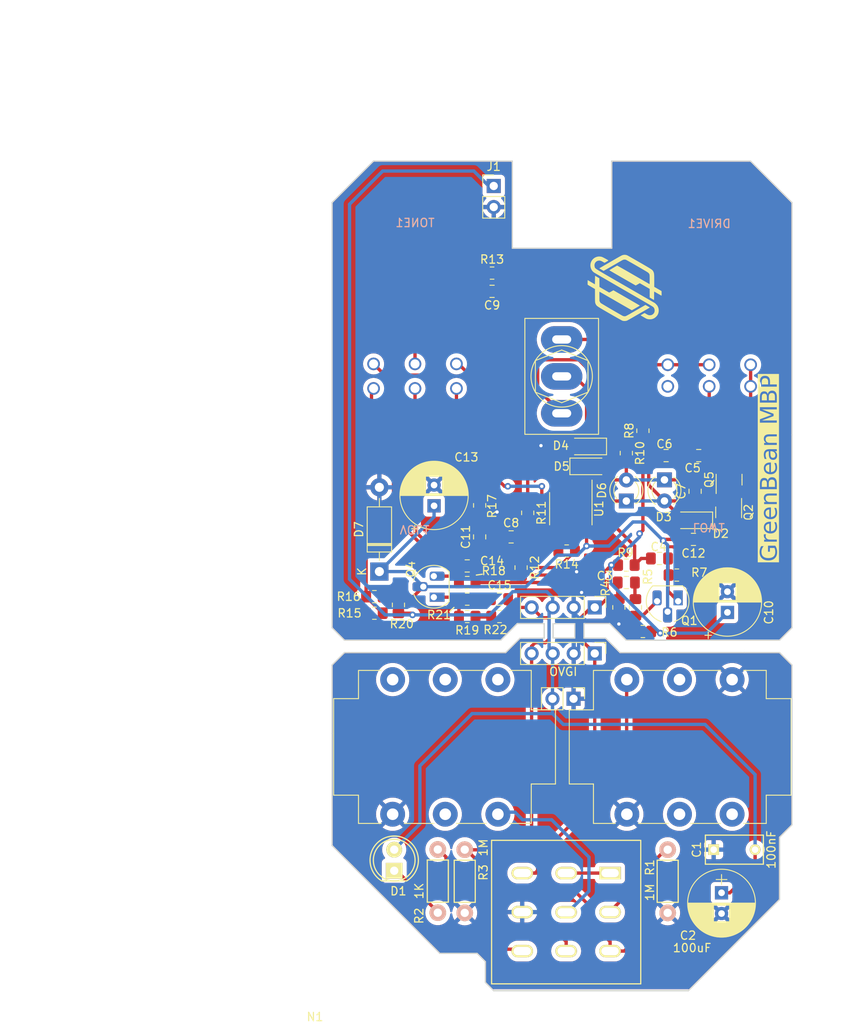
<source format=kicad_pcb>
(kicad_pcb (version 20221018) (generator pcbnew)
  (layers (0 "F.Cu" signal) (31 "B.Cu" signal) (34 "B.Paste" user) (35 "F.Paste" user) (36 "B.SilkS" user "B.Silkscreen") (37 "F.SilkS" user "F.Silkscreen") (38 "B.Mask" user) (39 "F.Mask" user) (44 "Edge.Cuts" user))
  (net 0 "")
  (net 1 "GND")
  (net 2 "+9V")
  (net 3 "Net-(D1-K)")
  (net 4 "O")
  (net 5 "I")
  (net 6 "Net-(SW1C-C)")
  (net 7 "Net-(C3-Pad2)")
  (net 8 "Net-(Q1-E)")
  (net 9 "Net-(U1A-+)")
  (net 10 "Net-(SW1A-A)")
  (net 14 "Net-(SW1A-B)")
  (net 18 "Net-(SW1B-B)")
  (net 20 "Net-(C5-Pad1)")
  (net 21 "Net-(C5-Pad2)")
  (net 22 "A")
  (net 23 "B")
  (net 24 "Net-(U1B-+)")
  (net 25 "Net-(C9-Pad1)")
  (net 26 "Net-(C9-Pad2)")
  (net 27 "VB")
  (net 28 "Net-(C11-Pad1)")
  (net 29 "Net-(C11-Pad2)")
  (net 30 "VC")
  (net 31 "Net-(C14-Pad1)")
  (net 32 "Net-(Q4-B)")
  (net 33 "Net-(C15-Pad1)")
  (net 34 "Net-(D2-K)")
  (net 35 "Net-(D4-K)")
  (net 36 "Net-(DRIVE1-Pad2)")
  (net 38 "Net-(Q1-B)")
  (net 39 "Net-(Q4-E)")
  (net 40 "Net-(U1B--)")
  (net 41 "Net-(R17-Pad2)")
  (net 42 "Net-(Q2-D)")
  (footprint "KiCad Lib:3PDT-Footswitch" (layer "F.Cu") (at 143.25 142.525 180)
    (fp_text reference "SW1" hide)
    (fp_text value "SW_3PDT" hide)
  )
  (footprint "Connector_Audio:Jack_6.35mm_Neutrik_NMJ6HCD2_Horizontal" (layer "F.Cu") (at 135.01 130.73 180)
    (fp_text reference "J3" hide)
    (fp_text value "NMJ6HCD2")
  )
  (footprint "Connector_PinHeader_2.54mm:PinHeader_1x02_P2.54mm_Vertical" (layer "F.Cu") (at 134.51 55)
    (fp_text reference "J1")
    (fp_text value "V+ GND")
  )
  (footprint "Pin_Headers:Pin_Header_Straight_1x04_Pitch2.54mm" (layer "F.Cu") (at 146.7 111.35 -90)
    (fp_text reference "JOVGI1" hide)
    (fp_text value "OVGI")
  )
  (footprint "Pin_Headers:Pin_Header_Straight_1x04_Pitch2.54mm" (layer "F.Cu") (at 146.7 105.8 -90)
    (fp_text reference "JOVGI2" hide)
    (fp_text value "OVGI" hide)
  )
  (footprint "Capacitors_THT:CP_Radial_D8.0mm_P2.50mm" (layer "F.Cu") (at 162 140.2 -90)
    (fp_text reference "C2")
    (fp_text value "100uF")
  )
  (footprint "LEDs:LED-5MM" (layer "F.Cu") (at 122.5 137.54 90)
    (fp_text reference "D1")
    (fp_text value "LED" hide)
  )
  (footprint "Resistors_ThroughHole:Resistor_Horizontal_RM7mm" (layer "F.Cu") (at 155.5 135 -90)
    (fp_text reference "R1")
    (fp_text value "1M")
  )
  (footprint "Resistors_ThroughHole:Resistor_Horizontal_RM7mm" (layer "F.Cu") (at 127.76 142.6 90)
    (fp_text reference "R2")
    (fp_text value "1K")
  )
  (footprint "Resistors_ThroughHole:Resistor_Horizontal_RM7mm" (layer "F.Cu") (at 131.01 135 -90)
    (fp_text reference "R3")
    (fp_text value "1M")
  )
  (footprint "Capacitors_ThroughHole:C_Rect_L7_W3.5_P5" (layer "F.Cu") (at 161.05 135)
    (fp_text reference "C1")
    (fp_text value "100nF")
  )
  (footprint "Connector_PinHeader_2.54mm:PinHeader_1x02_P2.54mm_Vertical" (layer "F.Cu") (at 144.14 116.81 -90)
    (fp_text reference "J4" hide)
    (fp_text value "V+ GND")
  )
  (footprint "Connector_Audio:Jack_6.35mm_Neutrik_NMJ6HCD2_Horizontal" (layer "F.Cu") (at 150.575 114.5)
    (fp_text reference "J2" hide)
    (fp_text value "NMJ6HCD2")
  )
  (footprint "Resistor_SMD:R_0805_2012Metric_Pad1.20x1.40mm_HandSolder" (layer "F.Cu") (at 143.31 99)
    (fp_text reference "R14")
    (fp_text value "1k")
  )
  (footprint "Pedal-Components:SW_Toggle_Blue_wSlots" (layer "F.Cu") (at 142.71 77.95 90)
    (fp_text reference "SW2" hide)
    (fp_text value "SW_SPDT")
  )
  (footprint "LED_THT:LED_D3.0mm" (layer "F.Cu") (at 150.51 92.975 90)
    (fp_text reference "D6")
    (fp_text value "LED")
  )
  (footprint "Resistor_SMD:R_0805_2012Metric_Pad1.20x1.40mm_HandSolder" (layer "F.Cu") (at 131.31 106.9 180)
    (fp_text reference "R19")
    (fp_text value "10k")
  )
  (footprint "LED_THT:LED_D3.0mm" (layer "F.Cu") (at 155.11 90.425 -90)
    (fp_text reference "D3")
    (fp_text value "LED")
  )
  (footprint "Resistor_SMD:R_0805_2012Metric_Pad1.20x1.40mm_HandSolder" (layer "F.Cu") (at 137.81 101 -90)
    (fp_text reference "R12")
    (fp_text value "10k")
  )
  (footprint "Capacitor_SMD:C_0805_2012Metric_Pad1.18x1.45mm_HandSolder" (layer "F.Cu") (at 136.61 97.3)
    (fp_text reference "C8")
    (fp_text value "220n")
  )
  (footprint "Resistor_SMD:R_0805_2012Metric_Pad1.20x1.40mm_HandSolder" (layer "F.Cu") (at 135.21 106.9)
    (fp_text reference "R22")
    (fp_text value "10k")
  )
  (footprint "Package_SO:SO-8_3.9x4.9mm_P1.27mm" (layer "F.Cu") (at 143.81 93.9 -90)
    (fp_text reference "U1")
    (fp_text value "RC4558")
  )
  (footprint "Resistor_SMD:R_0805_2012Metric_Pad1.20x1.40mm_HandSolder" (layer "F.Cu") (at 123.01 105.5 -90)
    (fp_text reference "R20")
    (fp_text value "47R")
  )
  (footprint "Diode_SMD:D_SOD-123F" (layer "F.Cu") (at 145.91 88.8)
    (fp_text reference "D5")
    (fp_text value "1N914")
  )
  (footprint "Capacitor_SMD:C_0805_2012Metric_Pad1.18x1.45mm_HandSolder" (layer "F.Cu") (at 154.51 99.9 180)
    (fp_text reference "C4")
    (fp_text value "1u")
  )
  (footprint "Diode_SMD:D_SOD-123F" (layer "F.Cu") (at 145.91 86.4 180)
    (fp_text reference "D4")
    (fp_text value "1N914")
  )
  (footprint "Capacitor_THT:CP_Radial_D8.0mm_P2.50mm" (layer "F.Cu") (at 127.31 93.552651 90)
    (fp_text reference "C13")
    (fp_text value "100uF")
  )
  (footprint "Capacitor_SMD:C_0805_2012Metric_Pad1.18x1.45mm_HandSolder" (layer "F.Cu") (at 155.31 87.5 180)
    (fp_text reference "C6")
    (fp_text value "47n")
  )
  (footprint "Resistor_SMD:R_0805_2012Metric_Pad1.20x1.40mm_HandSolder" (layer "F.Cu") (at 156.61 101.9 180)
    (fp_text reference "R7")
    (fp_text value "10k")
  )
  (footprint "Capacitor_SMD:C_0805_2012Metric_Pad1.18x1.45mm_HandSolder" (layer "F.Cu") (at 150.51 102.8)
    (fp_text reference "C3")
    (fp_text value "20n")
  )
  (footprint "Resistor_SMD:R_0805_2012Metric_Pad1.20x1.40mm_HandSolder" (layer "F.Cu") (at 138.61 94.4 -90)
    (fp_text reference "R11")
    (fp_text value "1k")
  )
  (footprint "Pedal-Components:tkw" (layer "F.Cu") (at 150.26 67.3)
    (fp_text reference "G***" hide)
    (fp_text value "LOGO" hide)
  )
  (footprint "Resistor_SMD:R_0805_2012Metric_Pad1.20x1.40mm_HandSolder" (layer "F.Cu") (at 134.31 65.5)
    (fp_text reference "R13")
    (fp_text value "220R")
  )
  (footprint "Capacitor_SMD:C_0805_2012Metric_Pad1.18x1.45mm_HandSolder" (layer "F.Cu") (at 158.61 97.6 180)
    (fp_text reference "C12")
    (fp_text value "220n")
  )
  (footprint "Resistor_SMD:R_0805_2012Metric_Pad1.20x1.40mm_HandSolder" (layer "F.Cu") (at 151.61 105.8 90)
    (fp_text reference "R5")
    (fp_text value "1k")
  )
  (footprint "Capacitor_SMD:C_0805_2012Metric_Pad1.18x1.45mm_HandSolder" (layer "F.Cu") (at 134.31 67.7 180)
    (fp_text reference "C9")
    (fp_text value "220n")
  )
  (footprint "Resistor_SMD:R_0805_2012Metric_Pad1.20x1.40mm_HandSolder" (layer "F.Cu") (at 150.51 100.7 180)
    (fp_text reference "R9")
    (fp_text value "10k")
  )
  (footprint "Package_TO_SOT_THT:TO-92L_HandSolder" (layer "F.Cu") (at 156.76 105.05 180)
    (fp_text reference "Q1")
    (fp_text value "2SC1815")
  )
  (footprint "Resistor_SMD:R_0805_2012Metric_Pad1.20x1.40mm_HandSolder" (layer "F.Cu") (at 152.51 108.7)
    (fp_text reference "R6")
    (fp_text value "510k")
  )
  (footprint "Resistor_SMD:R_0805_2012Metric_Pad1.20x1.40mm_HandSolder" (layer "F.Cu") (at 120.11 104.5)
    (fp_text reference "R16")
    (fp_text value "10k")
  )
  (footprint "Capacitor_THT:CP_Radial_D8.0mm_P2.50mm" (layer "F.Cu") (at 162.71 106.4 90)
    (fp_text reference "C10")
    (fp_text value "10uF")
  )
  (footprint "Resistor_SMD:R_0805_2012Metric_Pad1.20x1.40mm_HandSolder" (layer "F.Cu") (at 131.31 102.8)
    (fp_text reference "R18")
    (fp_text value "510k")
  )
  (footprint "Capacitor_SMD:C_0805_2012Metric_Pad1.18x1.45mm_HandSolder" (layer "F.Cu") (at 132.81 97.3 90)
    (fp_text reference "C11")
    (fp_text value "1u")
  )
  (footprint "Capacitor_SMD:C_0805_2012Metric_Pad1.18x1.45mm_HandSolder" (layer "F.Cu") (at 131.31 100.8 180)
    (fp_text reference "C14")
    (fp_text value "100n")
  )
  (footprint "Capacitor_SMD:C_0805_2012Metric_Pad1.18x1.45mm_HandSolder" (layer "F.Cu") (at 159.2475 87.5)
    (fp_text reference "C5")
    (fp_text value "150n")
  )
  (footprint "Resistor_SMD:R_0805_2012Metric_Pad1.20x1.40mm_HandSolder" (layer "F.Cu") (at 131.31 104.8)
    (fp_text reference "R21")
    (fp_text value "100R")
  )
  (footprint "Package_TO_SOT_THT:TO-92L_HandSolder" (layer "F.Cu") (at 127.28 104.57 90)
    (fp_text reference "Q4")
    (fp_text value "2SC1815")
  )
  (footprint "Package_TO_SOT_SMD:SOT-23" (layer "F.Cu") (at 162.91 90.4 90)
    (fp_text reference "Q5")
    (fp_text value "2N7002")
  )
  (footprint "Resistor_SMD:R_0805_2012Metric_Pad1.20x1.40mm_HandSolder" (layer "F.Cu") (at 152.51 84.5 90)
    (fp_text reference "R8")
    (fp_text value "4k7")
  )
  (footprint "Pedal-Components:1590B" (layer "F.Cu") (at 112.94 154.659085)
    (fp_text reference "N1")
    (fp_text value "Housing")
  )
  (footprint "Resistor_SMD:R_0805_2012Metric_Pad1.20x1.40mm_HandSolder" (layer "F.Cu") (at 150.51 87.2 -90)
    (fp_text reference "R10")
    (fp_text value "51k")
  )
  (footprint "Capacitor_SMD:C_0805_2012Metric_Pad1.18x1.45mm_HandSolder" (layer "F.Cu") (at 158.81 91.8 90)
    (fp_text reference "C7")
    (fp_text value "51p")
  )
  (footprint "Capacitor_SMD:C_0805_2012Metric_Pad1.18x1.45mm_HandSolder" (layer "F.Cu") (at 135.21 104.8)
    (fp_text reference "C15")
    (fp_text value "1u")
  )
  (footprint "Package_TO_SOT_SMD:SOT-23" (layer "F.Cu") (at 162.86 94.3375 -90)
    (fp_text reference "Q2")
    (fp_text value "2N7002")
  )
  (footprint "Resistor_SMD:R_0805_2012Metric_Pad1.20x1.40mm_HandSolder" (layer "F.Cu") (at 132.81 93.5 90)
    (fp_text reference "R17")
    (fp_text value "1k")
  )
  (footprint "Diode_SMD:D_SOD-123F" (layer "F.Cu") (at 158.71 95.3 180)
    (fp_text reference "D2")
    (fp_text value "BAT41")
  )
  (footprint "Resistor_SMD:R_0805_2012Metric_Pad1.20x1.40mm_HandSolder" (layer "F.Cu") (at 120.11 106.5)
    (fp_text reference "R15")
    (fp_text value "10k")
  )
  (footprint "Resistor_SMD:R_0805_2012Metric_Pad1.20x1.40mm_HandSolder" (layer "F.Cu") (at 149.61 105.8 90)
    (fp_text reference "R4")
    (fp_text value "1M")
  )
  (footprint "Diode_THT:D_DO-41_SOD81_P10.16mm_Horizontal" (layer "F.Cu") (at 120.71 101.48 90)
    (fp_text reference "D7")
    (fp_text value "1N4001")
  )
  (footprint "Pedal-Components:Potentiometer_ALPHA_RV16106N" (layer "B.Cu") (at 160.51 95.654168)
    (fp_text reference "LOW1")
    (fp_text value "20KB")
  )
  (footprint "Pedal-Components:Potentiometer_ALPHA_RV16106N" (layer "B.Cu") (at 125.01 59.945832 180)
    (fp_text reference "TONE1")
    (fp_text value "20KB")
  )
  (footprint "Pedal-Components:Potentiometer_ALPHA_RV16106N" (layer "B.Cu") (at 160.51 60.05 180)
    (fp_text reference "DRIVE1")
    (fp_text value "500KA")
  )
  (footprint "Pedal-Components:Potentiometer_ALPHA_RV16106N" (layer "B.Cu") (at 125.01 95.904168)
    (fp_text reference "VOL1")
    (fp_text value "100KB")
  )
  (gr_line (start 129.21 106.3) (end 129.71 105.8) (stroke (width 0.15)) (layer "F.SilkS"))
  (gr_line (start 133.11 101.8) (end 132.41 101.9) (stroke (width 0.15)) (layer "F.SilkS"))
  (gr_line (start 145.4 107.75) (end 148.5 107.75) (stroke (width 0.15)) (layer "Edge.Cuts"))
  (gr_line (start 137.7 109.5) (end 140.6 109.5) (stroke (width 0.15)) (layer "Edge.Cuts"))
  (gr_line (start 128 147.5) (end 127 146.5) (stroke (width 0.15)) (layer "Edge.Cuts"))
  (gr_line (start 115 134.5) (end 115 121) (stroke (width 0.15)) (layer "Edge.Cuts"))
  (gr_line (start 135.35 109.75) (end 116.5 109.75) (stroke (width 0.15)) (layer "Edge.Cuts"))
  (gr_line (start 145.4 109.5) (end 148 109.5) (stroke (width 0.15)) (layer "Edge.Cuts"))
  (gr_line (start 148.75 62.5) (end 148.75 52) (stroke (width 0.15)) (layer "Edge.Cuts"))
  (gr_line (start 127 146.5) (end 115 134.5) (stroke (width 0.15)) (layer "Edge.Cuts"))
  (gr_line (start 115 57) (end 115 108.25) (stroke (width 0.15)) (layer "Edge.Cuts"))
  (gr_line (start 169 141) (end 158 152) (stroke (width 0.15)) (layer "Edge.Cuts"))
  (gr_line (start 133.5 151) (end 133.5 148.5) (stroke (width 0.15)) (layer "Edge.Cuts"))
  (gr_line (start 149.75 111.25) (end 164.75 111.25) (stroke (width 0.15)) (layer "Edge.Cuts"))
  (gr_line (start 148.5 107.75) (end 150.5 109.75) (stroke (width 0.15)) (layer "Edge.Cuts"))
  (gr_line (start 165.5 52) (end 170.5 57) (stroke (width 0.15)) (layer "Edge.Cuts"))
  (gr_line (start 169 109.75) (end 170.5 108.25) (stroke (width 0.15)) (layer "Edge.Cuts"))
  (gr_line (start 169 133.5) (end 170.5 132) (stroke (width 0.15)) (layer "Edge.Cuts"))
  (gr_line (start 116.5 109.75) (end 115 108.25) (stroke (width 0.15)) (layer "Edge.Cuts"))
  (gr_line (start 140.6 107.75) (end 140.6 109.5) (stroke (width 0.15)) (layer "Edge.Cuts"))
  (gr_line (start 137.35 107.75) (end 135.35 109.75) (stroke (width 0.15)) (layer "Edge.Cuts"))
  (gr_line (start 115 57) (end 120 52) (stroke (width 0.15)) (layer "Edge.Cuts"))
  (gr_line (start 170.5 85) (end 170.5 57) (stroke (width 0.15)) (layer "Edge.Cuts"))
  (gr_line (start 136.75 62.5) (end 148.75 62.5) (stroke (width 0.15)) (layer "Edge.Cuts"))
  (gr_line (start 136.75 52) (end 120 52) (stroke (width 0.15)) (layer "Edge.Cuts"))
  (gr_line (start 170.5 112.75) (end 169 111.25) (stroke (width 0.15)) (layer "Edge.Cuts"))
  (gr_line (start 135.95 111.25) (end 117 111.25) (stroke (width 0.15)) (layer "Edge.Cuts"))
  (gr_line (start 134.5 152) (end 158 152) (stroke (width 0.15)) (layer "Edge.Cuts"))
  (gr_line (start 116.5 109.75) (end 116.5 109.75) (stroke (width 0.15)) (layer "Edge.Cuts"))
  (gr_line (start 137.7 109.5) (end 135.95 111.25) (stroke (width 0.15)) (layer "Edge.Cuts"))
  (gr_line (start 169 133.5) (end 169 141) (stroke (width 0.15)) (layer "Edge.Cuts"))
  (gr_line (start 170.5 108.25) (end 170.5 85) (stroke (width 0.15)) (layer "Edge.Cuts"))
  (gr_line (start 136.75 52) (end 136.75 62.5) (stroke (width 0.15)) (layer "Edge.Cuts"))
  (gr_line (start 134.5 152) (end 133.5 151) (stroke (width 0.15)) (layer "Edge.Cuts"))
  (gr_line (start 133.5 148.5) (end 132.5 147.5) (stroke (width 0.15)) (layer "Edge.Cuts"))
  (gr_rect (start 141.67 107.76) (end 144.29 109.49) (stroke (width 0.15)) (fill none) (layer "Edge.Cuts"))
  (gr_line (start 115 112.75) (end 115 121) (stroke (width 0.15)) (layer "Edge.Cuts"))
  (gr_line (start 148.75 52) (end 165.5 52) (stroke (width 0.15)) (layer "Edge.Cuts"))
  (gr_line (start 132.5 147.5) (end 128.5 147.5) (stroke (width 0.15)) (layer "Edge.Cuts"))
  (gr_line (start 145.4 107.75) (end 145.4 109.5) (stroke (width 0.15)) (layer "Edge.Cuts"))
  (gr_line (start 169 111.25) (end 164.75 111.25) (stroke (width 0.15)) (layer "Edge.Cuts"))
  (gr_line (start 116.5 111.25) (end 115 112.75) (stroke (width 0.15)) (layer "Edge.Cuts"))
  (gr_line (start 148 109.5) (end 149.75 111.25) (stroke (width 0.15)) (layer "Edge.Cuts"))
  (gr_line (start 170.5 132) (end 170.5 112.75) (stroke (width 0.15)) (layer "Edge.Cuts"))
  (gr_line (start 128.5 147.5) (end 128 147.5) (stroke (width 0.15)) (layer "Edge.Cuts"))
  (gr_line (start 137.35 107.75) (end 140.6 107.75) (stroke (width 0.15)) (layer "Edge.Cuts"))
  (gr_line (start 150.5 109.75) (end 169 109.75) (stroke (width 0.15)) (layer "Edge.Cuts"))
  (gr_line (start 117 111.25) (end 116.5 111.25) (stroke (width 0.15)) (layer "Edge.Cuts"))
  (gr_text "GreenBean MBP" (at 169.01 100.3 90) (layer "F.SilkS" knockout) (effects (font (size 2 2) (thickness 0.15) italic) (justify left bottom)))
  (via (at 134.91 94.3) (size 0.8) (drill 0.4) (layers "F.Cu" "B.Cu") (net 1))
  (via (at 140.21 86.3) (size 0.8) (drill 0.4) (layers "F.Cu" "B.Cu") (net 1))
  (via (at 144.51 101.5) (size 0.8) (drill 0.4) (layers "F.Cu" "B.Cu") (net 1))
  (via (at 145.11 104) (size 0.8) (drill 0.4) (layers "F.Cu" "B.Cu") (net 1))
  (via (at 149.61 107.8) (size 0.8) (drill 0.4) (layers "F.Cu" "B.Cu") (net 1))
  (segment (start 144.16 105.8) (end 144.16 106.44) (width 0.4) (layer "B.Cu") (net 1))
  (segment (start 144.75 107.03) (end 144.75 110.76) (width 0.4) (layer "B.Cu") (net 1))
  (segment (start 144.75 110.76) (end 144.16 111.35) (width 0.4) (layer "B.Cu") (net 1))
  (segment (start 144.16 106.44) (end 144.75 107.03) (width 0.4) (layer "B.Cu") (net 1))
  (segment (start 162 140.2) (end 163 140.2) (width 0.4) (layer "F.Cu") (net 2))
  (segment (start 124.71 106.5) (end 124.91 106.7) (width 0.4) (layer "F.Cu") (net 2))
  (segment (start 163 140.2) (end 166.05 137.15) (width 0.4) (layer "F.Cu") (net 2))
  (segment (start 166.05 137.15) (end 166.05 135.919238) (width 0.4) (layer "F.Cu") (net 2))
  (segment (start 166.05 135.919238) (end 166.05 135) (width 0.4) (layer "F.Cu") (net 2))
  (segment (start 124.91 106.7) (end 124.71 106.7) (width 0.4) (layer "F.Cu") (net 2))
  (segment (start 123.01 106.5) (end 124.71 106.5) (width 0.4) (layer "F.Cu") (net 2))
  (via (at 124.71 106.7) (size 0.8) (drill 0.4) (layers "F.Cu" "B.Cu") (net 2))
  (segment (start 134.51 55) (end 133.91 55) (width 0.4) (layer "B.Cu") (net 2))
  (segment (start 125.6 131.9) (end 122.5 135) (width 0.4) (layer "B.Cu") (net 2))
  (segment (start 141.19 110.92) (end 141.62 111.35) (width 0.4) (layer "B.Cu") (net 2))
  (segment (start 141.65 105.77) (end 141.62 105.8) (width 0.4) (layer "B.Cu") (net 2))
  (segment (start 140.91 103.9) (end 141.62 104.61) (width 0.4) (layer "B.Cu") (net 2))
  (segment (start 141.6 118.6) (end 142.9 119.9) (width 0.4) (layer "B.Cu") (net 2))
  (segment (start 131.9 118.6) (end 125.6 124.9) (width 0.4) (layer "B.Cu") (net 2))
  (segment (start 141.19 106.23) (end 141.19 110.92) (width 0.4) (layer "B.Cu") (net 2))
  (segment (start 134.01 106.7) (end 136.81 103.9) (width 0.4) (layer "B.Cu") (net 2))
  (segment (start 141.62 111.35) (end 141.62 112.552081) (width 0.4) (layer "B.Cu") (net 2))
  (segment (start 141.6 112.572081) (end 141.6 118.1) (width 0.4) (layer "B.Cu") (net 2))
  (segment (start 160 119.9) (end 166.05 125.95) (width 0.4) (layer "B.Cu") (net 2))
  (segment (start 141.6 118.1) (end 141.6 118.6) (width 0.4) (layer "B.Cu") (net 2))
  (segment (start 125.6 124.9) (end 125.6 131.9) (width 0.4) (layer "B.Cu") (net 2))
  (segment (start 132.11 53.2) (end 121.11 53.2) (width 0.4) (layer "B.Cu") (net 2))
  (segment (start 124.71 106.7) (end 134.01 106.7) (width 0.4) (layer "B.Cu") (net 2))
  (segment (start 121.41 106.7) (end 124.71 106.7) (width 0.4) (layer "B.Cu") (net 2))
  (segment (start 141.6 116.81) (end 141.6 118.1) (width 0.4) (layer "B.Cu") (net 2))
  (segment (start 136.81 103.9) (end 140.91 103.9) (width 0.4) (layer "B.Cu") (net 2))
  (segment (start 121.11 53.2) (end 117.11 57.2) (width 0.4) (layer "B.Cu") (net 2))
  (segment (start 142.9 119.9) (end 160 119.9) (width 0.4) (layer "B.Cu") (net 2))
  (segment (start 141.62 112.552081) (end 141.6 112.572081) (width 0.4) (layer "B.Cu") (net 2))
  (segment (start 166.05 125.95) (end 166.05 135) (width 0.4) (layer "B.Cu") (net 2))
  (segment (start 141.62 105.8) (end 141.19 106.23) (width 0.4) (layer "B.Cu") (net 2))
  (segment (start 117.11 57.2) (end 117.11 102.4) (width 0.4) (layer "B.Cu") (net 2))
  (segment (start 133.91 55) (end 132.11 53.2) (width 0.4) (layer "B.Cu") (net 2))
  (segment (start 117.11 102.4) (end 121.41 106.7) (width 0.4) (layer "B.Cu") (net 2))
  (segment (start 141.6 118.6) (end 131.9 118.6) (width 0.4) (layer "B.Cu") (net 2))
  (segment (start 141.62 104.61) (end 141.62 105.8) (width 0.4) (layer "B.Cu") (net 2))
  (segment (start 126.750511 141.500511) (end 127.75 142.5) (width 0.4) (layer "F.Cu") (net 3))
  (segment (start 122.5 137.5) (end 122.75 137.5) (width 0.4) (layer "F.Cu") (net 3))
  (segment (start 122.75 137.5) (end 126.750511 141.500511) (width 0.4) (layer "F.Cu") (net 3))
  (segment (start 139.08 111.35) (end 139.08 132.92) (width 0.4) (layer "F.Cu") (net 4))
  (segment (start 141.19 109.62) (end 140.76 110.05) (width 0.4) (layer "F.Cu") (net 4))
  (segment (start 139.08 105.8) (end 140.33 107.05) (width 0.4) (layer "F.Cu") (net 4))
  (segment (start 140.76 110.05) (end 139.51 110.05) (width 0.4) (layer "F.Cu") (net 4))
  (segment (start 141.01 107.05) (end 141.19 107.23) (width 0.4) (layer "F.Cu") (net 4))
  (segment (start 131 135.02) (end 131.22 135.02) (width 0.4) (layer "F.Cu") (net 4))
  (segment (start 137.2475 105.8) (end 136.2475 104.8) (width 0.4) (layer "F.Cu") (net 4))
  (segment (start 140.6 143.425) (end 143.25 146.075) (width 0.4) (layer "F.Cu") (net 4))
  (segment (start 136.98 135.02) (end 131 135.02) (width 0.4) (layer "F.Cu") (net 4))
  (segment (start 136.2475 104.8) (end 136.2475 106.8625) (width 0.4) (layer "F.Cu") (net 4))
  (segment (start 139.08 132.92) (end 136.98 135.02) (width 0.4) (layer "F.Cu") (net 4))
  (segment (start 139.51 110.05) (end 139.08 110.48) (width 0.4) (layer "F.Cu") (net 4))
  (segment (start 139.08 110.48) (end 139.08 111.35) (width 0.4) (layer "F.Cu") (net 4))
  (segment (start 140.33 107.05) (end 141.01 107.05) (width 0.4) (layer "F.Cu") (net 4))
  (segment (start 132.079489 135.879489) (end 136.4 140.2) (width 0.4) (layer "F.Cu") (net 4))
  (segment (start 139.08 105.8) (end 137.2475 105.8) (width 0.4) (layer "F.Cu") (net 4))
  (segment (start 143.25 146.075) (end 143.25 147.225) (width 0.4) (layer "F.Cu") (net 4))
  (segment (start 131.22 135.02) (end 132.079489 135.879489) (width 0.4) (layer "F.Cu") (net 4))
  (segment (start 140.6 141.6) (end 140.6 143.425) (width 0.4) (layer "F.Cu") (net 4))
  (segment (start 141.19 107.23) (end 141.19 109.62) (width 0.4) (layer "F.Cu") (net 4))
  (segment (start 139.2 140.2) (end 140.6 141.6) (width 0.4) (layer "F.Cu") (net 4))
  (segment (start 136.2475 106.8625) (end 136.21 106.9) (width 0.4) (layer "F.Cu") (net 4))
  (segment (start 136.4 140.2) (end 139.2 140.2) (width 0.4) (layer "F.Cu") (net 4))
  (segment (start 148.55 146.075) (end 145.9 143.425) (width 0.4) (layer "F.Cu") (net 5))
  (segment (start 151.925 145.575) (end 152.5 145) (width 0.4) (layer "F.Cu") (net 5))
  (segment (start 148.55 147.225) (end 148.55 146.075) (width 0.4) (layer "F.Cu") (net 5))
  (segment (start 152.5 145) (end 152.5 141.5) (width 0.4) (layer "F.Cu") (net 5))
  (segment (start 146.7 111.35) (end 146.7 115.62) (width 0.4) (layer "F.Cu") (net 5))
  (segment (start 141.6 140.1) (end 140.5 139) (width 0.4) (layer "F.Cu") (net 5))
  (segment (start 145 130.8) (end 145 124.64) (width 0.4) (layer "F.Cu") (net 5))
  (segment (start 139.8 137.525) (end 139.8 136) (width 0.4) (layer "F.Cu") (net 5))
  (segment (start 151.9 145.575) (end 151.925 145.575) (width 0.4) (layer "F.Cu") (net 5))
  (segment (start 145 124.64) (end 146.7 122.94) (width 0.4) (layer "F.Cu") (net 5))
  (segment (start 154 140) (end 154 136.25) (width 0.4) (layer "F.Cu") (net 5))
  (segment (start 139.825 137.825) (end 139.5 137.825) (width 0.4) (layer "F.Cu") (net 5))
  (segment (start 148.11 104.8) (end 149.61 104.8) (width 0.4) (layer "F.Cu") (net 5))
  (segment (start 139.8 136) (end 145 130.8) (width 0.4) (layer "F.Cu") (net 5))
  (segment (start 140.5 138.5) (end 139.825 137.825) (width 0.4) (layer "F.Cu") (net 5))
  (segment (start 147.11 105.8) (end 148.11 104.8) (width 0.4) (layer "F.Cu") (net 5))
  (segment (start 154 136.25) (end 155.5 134.75) (width 0.4) (layer "F.Cu") (net 5))
  (segment (start 146.26 105.8) (end 144.76 107.3) (width 0.4) (layer "F.Cu") (net 5))
  (segment (start 146.7 105.8) (end 146.26 105.8) (width 0.4) (layer "F.Cu") (net 5))
  (segment (start 146.7 105.8) (end 147.11 105.8) (width 0.4) (layer "F.Cu") (net 5))
  (segment (start 149.4725 102.8) (end 149.4725 104.6625) (width 0.4) (layer "F.Cu") (net 5))
  (segment (start 149.4725 104.6625) (end 149.61 104.8) (width 0.4) (layer "F.Cu") (net 5))
  (segment (start 140.5 139) (end 140.5 138.5) (width 0.4) (layer "F.Cu") (net 5))
  (segment (start 145.9 141.6) (end 144.4 140.1) (width 0.4) (layer "F.Cu") (net 5))
  (segment (start 144.76 107.3) (end 144.76 109.41) (width 0.4) (layer "F.Cu") (net 5))
  (segment (start 150.25 147.225) (end 151.9 145.575) (width 0.4) (layer "F.Cu") (net 5))
  (segment (start 137.95 137.825) (end 139.5 137.825) (width 0.4) (layer "F.Cu") (net 5))
  (segment (start 148.55 147.225) (end 150.25 147.225) (width 0.4) (layer "F.Cu") (net 5))
  (segment (start 144.4 140.1) (end 141.6 140.1) (width 0.4) (layer "F.Cu") (net 5))
  (segment (start 139.5 137.825) (end 139.8 137.525) (width 0.4) (layer "F.Cu") (net 5))
  (segment (start 144.76 109.41) (end 146.7 111.35) (width 0.4) (layer "F.Cu") (net 5))
  (segment (start 146.7 115.62) (end 146.7 122.94) (width 0.4) (layer "F.Cu") (net 5))
  (segment (start 145.9 143.425) (end 145.9 141.6) (width 0.4) (layer "F.Cu") (net 5))
  (segment (start 152.5 141.5) (end 154 140) (width 0.4) (layer "F.Cu") (net 5))
  (segment (start 133.2 139.9) (end 134.2 140.9) (width 0.4) (layer "F.Cu") (net 6))
  (segment (start 130.9 139.9) (end 133.2 139.9) (width 0.4) (layer "F.Cu") (net 6))
  (segment (start 137.725 147) (end 137.95 147.225) (width 0.4) (layer "F.Cu") (net 6))
  (segment (start 128.749489 137.749489) (end 130.9 139.9) (width 0.4) (layer "F.Cu") (net 6))
  (segment (start 128.749489 135.879489) (end 128.749489 137.749489) (width 0.4) (layer "F.Cu") (net 6))
  (segment (start 134.2 140.9) (end 134.2 145.1) (width 0.4) (layer "F.Cu") (net 6))
  (segment (start 127.75 135) (end 127.87 135) (width 0.4) (layer "F.Cu") (net 6))
  (segment (start 127.87 135) (end 128.749489 135.879489) (width 0.4) (layer "F.Cu") (net 6))
  (segment (start 134.2 145.1) (end 136.1 147) (width 0.4) (layer "F.Cu") (net 6))
  (segment (start 136.1 147) (end 137.725 147) (width 0.4) (layer "F.Cu") (net 6))
  (segment (start 151.5475 102.8) (end 151.5475 104.7375) (width 0.4) (layer "F.Cu") (net 7))
  (segment (start 151.5475 104.7375) (end 151.61 104.8) (width 0.4) (layer "F.Cu") (net 7))
  (segment (start 155.5475 99.9) (end 155.5475 103.8375) (width 0.4) (layer "F.Cu") (net 8))
  (segment (start 155.5475 103.8375) (end 156.76 105.05) (width 0.4) (layer "F.Cu") (net 8))
  (segment (start 152.31 99.9) (end 151.51 100.7) (width 0.4) (layer "F.Cu") (net 9))
  (segment (start 151.51 98.4) (end 146.91 93.8) (width 0.4) (layer "F.Cu") (net 9))
  (segment (start 144.21 93.8) (end 143.175 92.765) (width 0.4) (layer "F.Cu") (net 9))
  (segment (start 143.175 92.765) (end 143.175 91.325) (width 0.4) (layer "F.Cu") (net 9))
  (segment (start 146.91 93.8) (end 144.21 93.8) (width 0.4) (layer "F.Cu") (net 9))
  (segment (start 151.51 100.7) (end 151.51 98.4) (width 0.4) (layer "F.Cu") (net 9))
  (segment (start 153.4725 99.9) (end 152.31 99.9) (width 0.4) (layer "F.Cu") (net 9))
  (segment (start 143.25 137.825) (end 144.95 137.825) (width 0.4) (layer "F.Cu") (net 10))
  (segment (start 144.95 137.825) (end 148.55 137.825) (width 0.4) (layer "F.Cu") (net 10))
  (segment (start 150.55 125.42) (end 150.55 114.53) (width 0.4) (layer "F.Cu") (net 14))
  (segment (start 151.5 139.5) (end 151.5 135.82) (width 0.4) (layer "F.Cu") (net 14))
  (segment (start 148.66 134.01) (end 147.48 132.83) (width 0.4) (layer "F.Cu") (net 14))
  (segment (start 149.275 142.525) (end 148.55 142.525) (width 0.4) (layer "F.Cu") (net 14))
  (segment (start 148.55 142.45) (end 151.5 139.5) (width 0.4) (layer "F.Cu") (net 14))
  (segment (start 148.55 142.525) (end 148.55 142.45) (width 0.4) (layer "F.Cu") (net 14))
  (segment (start 149.69 134.01) (end 148.66 134.01) (width 0.4) (layer "F.Cu") (net 14))
  (segment (start 147.48 132.83) (end 147.48 128.49) (width 0.4) (layer "F.Cu") (net 14))
  (segment (start 147.48 128.49) (end 150.55 125.42) (width 0.4) (layer "F.Cu") (net 14))
  (segment (start 151.5 135.82) (end 149.69 134.01) (width 0.4) (layer "F.Cu") (net 14))
  (segment (start 143.45 142.55) (end 143.25 142.55) (width 0.4) (layer "B.Cu") (net 18))
  (segment (start 146 140) (end 143.45 142.55) (width 0.4) (layer "B.Cu") (net 18))
  (segment (start 141.5 131.4) (end 146 135.9) (width 0.4) (layer "B.Cu") (net 18))
  (segment (start 146 135.9) (end 146 140) (width 0.4) (layer "B.Cu") (net 18))
  (segment (start 137.99132 131.4) (end 141.5 131.4) (width 0.4) (layer "B.Cu") (net 18))
  (segment (start 134.95 130.48) (end 137.07132 130.48) (width 0.4) (layer "B.Cu") (net 18))
  (segment (start 137.07132 130.48) (end 137.99132 131.4) (width 0.4) (layer "B.Cu") (net 18))
  (segment (start 156.01 87.1625) (end 156.3475 87.5) (width 0.4) (layer "F.Cu") (net 20))
  (segment (start 154.21 83.5) (end 156.01 85.3) (width 0.4) (layer "F.Cu") (net 20))
  (segment (start 156.01 85.3) (end 156.01 87.1625) (width 0.4) (layer "F.Cu") (net 20))
  (segment (start 152.51 83.5) (end 154.21 83.5) (width 0.4) (layer "F.Cu") (net 20))
  (segment (start 156.3475 87.5) (end 158.21 87.5) (width 0.4) (layer "F.Cu") (net 20))
  (segment (start 160.285 87.5) (end 160.51 87.275) (width 0.4) (layer "F.Cu") (net 21))
  (segment (start 160.51 87.275) (end 160.51 79.154168) (width 0.4) (layer "F.Cu") (net 21))
  (segment (start 145.335 92.975) (end 145.31 93) (width 0.4) (layer "F.Cu") (net 22))
  (segment (start 158.6825 92.965) (end 158.81 92.8375) (width 0.4) (layer "F.Cu") (net 22))
  (segment (start 144.445 88.865) (end 144.51 88.8) (width 0.4) (layer "F.Cu") (net 22))
  (segment (start 144.51 88.8) (end 144.51 86.4) (width 0.4) (layer "F.Cu") (net 22))
  (segment (start 163.01 89.9) (end 159.91 93) (width 0.4) (layer "F.Cu") (net 22))
  (segment (start 158.9725 93) (end 158.81 92.8375) (width 0.4) (layer "F.Cu") (net 22))
  (segment (start 159.91 93) (end 158.9725 93) (width 0.4) (layer "F.Cu") (net 22))
  (segment (start 145.31 93) (end 144.445 92.135) (width 0.4) (layer "F.Cu") (net 22))
  (segment (start 165.51 76.8) (end 165.76 76.55) (width 0.4) (layer "F.Cu") (net 22))
  (segment (start 157.31 95.165) (end 155.11 92.965) (width 0.4) (layer "F.Cu") (net 22))
  (segment (start 165.51 86.8625) (end 165.51 76.8) (width 0.4) (layer "F.Cu") (net 22))
  (segment (start 154.2725 87.5) (end 153.91 87.5) (width 0.4) (layer "F.Cu") (net 22))
  (segment (start 157.31 95.3) (end 157.31 95.165) (width 0.4) (layer "F.Cu") (net 22))
  (segment (start 150.51 92.975) (end 145.335 92.975) (width 0.4) (layer "F.Cu") (net 22))
  (segment (start 162.91 89.4625) (end 165.51 86.8625) (width 0.4) (layer "F.Cu") (net 22))
  (segment (start 144.445 91.325) (end 144.445 88.865) (width 0.4) (layer "F.Cu") (net 22))
  (segment (start 144.445 92.135) (end 144.445 91.325) (width 0.4) (layer "F.Cu") (net 22))
  (segment (start 153.21 91.065) (end 155.11 92.965) (width 0.4) (layer "F.Cu") (net 22))
  (segment (start 155.11 92.965) (end 158.6825 92.965) (width 0.4) (layer "F.Cu") (net 22))
  (segment (start 153.21 88.2) (end 153.21 91.065) (width 0.4) (layer "F.Cu") (net 22))
  (segment (start 153.91 87.5) (end 153.21 88.2) (width 0.4) (layer "F.Cu") (net 22))
  (segment (start 155.11 92.965) (end 150.52 92.965) (width 0.4) (layer "B.Cu") (net 22))
  (segment (start 150.52 92.965) (end 150.51 92.975) (width 0.4) (layer "B.Cu") (net 22))
  (segment (start 145.715 91.325) (end 146.605 90.435) (width 0.4) (layer "F.Cu") (net 23))
  (segment (start 145.715 84.7) (end 145.715 79.405) (width 0.4) (layer "F.Cu") (net 23))
  (segment (start 138.61 85.7) (end 139.51 84.8) (width 0.4) (layer "F.Cu") (net 23))
  (segment (start 145.615 84.8) (end 145.715 84.7) (width 0.4) (layer "F.Cu") (net 23))
  (segment (start 158.4725 90.425) (end 158.81 90.7625) (width 0.4) (layer "F.Cu") (net 23))
  (segment (start 144.26 77.95) (end 142.71 77.95) (width 0.4) (layer "F.Cu") (net 23))
  (segment (start 150.51 88.2) (end 150.51 90.435) (width 0.4) (layer "F.Cu") (net 23))
  (segment (start 138.61 93.4) (end 138.61 85.7) (width 0.4) (layer "F.Cu") (net 23))
  (segment (start 139.51 84.8) (end 145.615 84.8) (width 0.4) (layer "F.Cu") (net 23))
  (segment (start 145.715 91.325) (end 145.715 84.7) (width 0.4) (layer "F.Cu") (net 23))
  (segment (start 145.715 79.405) (end 144.26 77.95) (width 0.4) (layer "F.Cu") (net 23))
  (segment (start 146.605 90.435) (end 150.51 90.435) (width 0.4) (layer "F.Cu") (net 23))
  (segment (start 155.11 90.425) (end 158.4725 90.425) (width 0.4) (layer "F.Cu") (net 23))
  (segment (start 150.51 90.435) (end 155.1 90.435) (width 0.4) (layer "B.Cu") (net 23))
  (segment (start 155.1 90.435) (end 155.11 90.425) (width 0.4) (layer "B.Cu") (net 23))
  (segment (start 141.905 96.475) (end 138.51 96.475) (width 0.4) (layer "F.Cu") (net 24))
  (segment (start 138.61 96.375) (end 138.51 96.475) (width 0.4) (layer "F.Cu") (net 24))
  (segment (start 137.71 97.8) (end 137.81 97.7) (width 0.4) (layer "F.Cu") (net 24))
  (segment (start 132.51 78.695832) (end 130.26 76.445832) (width 0.4) (layer "F.Cu") (net 24))
  (segment (start 138.51 96.475) (end 137.785 96.475) (width 0.4) (layer "F.Cu") (net 24))
  (segment (start 132.51 90) (end 132.51 78.695832) (width 0.4) (layer "F.Cu") (net 24))
  (segment (start 137.81 97.7) (end 137.81 96.5) (width 0.4) (layer "F.Cu") (net 24))
  (segment (start 137.785 95.275) (end 132.51 90) (width 0.4) (layer "F.Cu") (net 24))
  (segment (start 137.785 96.475) (end 137.785 95.275) (width 0.4) (layer "F.Cu") (net 24))
  (segment (start 137.81 96.5) (end 137.785 96.475) (width 0.4) (layer "F.Cu") (net 24))
  (segment (start 137.81 100) (end 137.81 97.7) (width 0.4) (layer "F.Cu") (net 24))
  (segment (start 138.61 95.4) (end 138.61 96.375) (width 0.4) (layer "F.Cu") (net 24))
  (segment (start 135.31 67.6625) (end 135.3475 67.7) (width 0.4) (layer "F.Cu") (net 25))
  (segment (start 135.31 65.5) (end 135.31 67.6625) (width 0.4) (layer "F.Cu") (net 25))
  (segment (start 129.61 67.7) (end 125.01 72.3) (width 0.4) (layer "F.Cu") (net 26))
  (segment (start 133.2725 67.7) (end 129.61 67.7) (width 0.4) (layer "F.Cu") (net 26))
  (segment (start 125.01 72.3) (end 125.01 76.445832) (width 0.4) (layer "F.Cu") (net 26))
  (segment (start 153.51 108.7) (end 154.41 108.7) (width 0.4) (layer "F.Cu") (net 27))
  (segment (start 130.51 99.1) (end 126.661472 99.1) (width 0.4) (layer "F.Cu") (net 27))
  (segment (start 154.41 108.7) (end 154.61 108.9) (width 0.4) (layer "F.Cu") (net 27))
  (segment (start 152.51 96.5) (end 152.11 96.9) (width 0.4) (layer "F.Cu") (net 27))
  (segment (start 152.51 85.5) (end 152.51 96.5) (width 0.4) (layer "F.Cu") (net 27))
  (segment (start 137.81 102.8) (end 132.31 102.8) (width 0.4) (layer "F.Cu") (net 27))
  (segment (start 146.61 102.8) (end 137.81 102.8) (width 0.4) (layer "F.Cu") (net 27))
  (segment (start 122.41 94.848528) (end 122.41 85.025) (width 0.4) (layer "F.Cu") (net 27))
  (segment (start 126.661472 99.1) (end 122.41 94.848528) (width 0.4) (layer "F.Cu") (net 27))
  (segment (start 149.51 100.7) (end 148.71 100.7) (width 0.4) (layer "F.Cu") (net 27))
  (segment (start 121.11 106.5) (end 119.11 104.5) (width 0.4) (layer "F.Cu") (net 27))
  (segment (start 131.26 99.85) (end 130.51 99.1) (width 0.4) (layer "F.Cu") (net 27))
  (segment (start 119.76 82.375) (end 119.76 79.404168) (width 0.4) (layer "F.Cu") (net 27))
  (segment (start 137.81 102) (end 137.81 102.8) (width 0.4) (layer "F.Cu") (net 27))
  (segment (start 119.11 98.148528) (end 122.41 94.848528) (width 0.4) (layer "F.Cu") (net 27))
  (segment (start 131.26 101.75) (end 131.26 99.85) (width 0.4) (layer "F.Cu") (net 27))
  (segment (start 148.71 100.7) (end 146.61 102.8) (width 0.4) (layer "F.Cu") (net 27))
  (segment (start 119.11 104.5) (end 119.11 98.148528) (width 0.4) (layer "F.Cu") (net 27))
  (segment (start 122.41 85.025) (end 119.76 82.375) (width 0.4) (layer "F.Cu") (net 27))
  (segment (start 132.31 102.8) (end 131.26 101.75) (width 0.4) (layer "F.Cu") (net 27))
  (via (at 148.71 100.7) (size 0.8) (drill 0.4) (layers "F.Cu" "B.Cu") (net 27))
  (via (at 152.11 96.9) (size 0.8) (drill 0.4) (layers "F.Cu" "B.Cu") (net 27))
  (via (at 154.61 108.9) (size 0.8) (drill 0.4) (layers "F.Cu" "B.Cu") (net 27))
  (segment (start 152.11 96.9) (end 152.11 97.3) (width 0.4) (layer "B.Cu") (net 27))
  (segment (start 148.61 100.8) (end 148.71 100.7) (width 0.4) (layer "B.Cu") (net 27))
  (segment (start 148.61 102.9) (end 148.61 100.8) (width 0.4) (layer "B.Cu") (net 27))
  (segment (start 152.11 97.3) (end 148.71 100.7) (width 0.4) (layer "B.Cu") (net 27))
  (segment (start 154.61 108.9) (end 148.61 102.9) (width 0.4) (layer "B.Cu") (net 27))
  (segment (start 160.21 108.9) (end 162.71 106.4) (width 0.4) (layer "B.Cu") (net 27))
  (segment (start 154.61 108.9) (end 160.21 108.9) (width 0.4) (layer "B.Cu") (net 27))
  (segment (start 142.21 100.9) (end 142.41 100.9) (width 0.4) (layer "F.Cu") (net 28))
  (segment (start 142.41 100.9) (end 144.31 99) (width 0.4) (layer "F.Cu") (net 28))
  (segment (start 135.31 101) (end 142.11 101) (width 0.4) (layer "F.Cu") (net 28))
  (segment (start 144.445 96.475) (end 144.445 98.865) (width 0.4) (layer "F.Cu") (net 28))
  (segment (start 132.81 98.3375) (end 132.81 98.5) (width 0.4) (layer "F.Cu") (net 28))
  (segment (start 132.81 98.5) (end 135.31 101) (width 0.4) (layer "F.Cu") (net 28))
  (segment (start 144.445 98.865) (end 144.31 99) (width 0.4) (layer "F.Cu") (net 28))
  (segment (start 142.11 101) (end 142.21 100.9) (width 0.4) (layer "F.Cu") (net 28))
  (segment (start 132.81 94.5) (end 132.81 96.2625) (width 0.4) (layer "F.Cu") (net 29))
  (segment (start 154.91 97.6) (end 154.96 97.65) (width 0.4) (layer "F.Cu") (net 30))
  (segment (start 124.81 104.5) (end 126.01 103.3) (width 0.4) (layer "F.Cu") (net 30))
  (segment (start 154.96 97.65) (end 154.96 97.75) (width 0.4) (layer "F.Cu") (net 30))
  (segment (start 121.11 104.5) (end 124.81 104.5) (width 0.4) (layer "F.Cu") (net 30))
  (segment (start 145.715 98.095) (end 145.715 96.475) (width 0.4) (layer "F.Cu") (net 30))
  (segment (start 145.71 98.4) (end 145.71 98.1) (width 0.4) (layer "F.Cu") (net 30))
  (segment (start 145.71 98.1) (end 145.715 98.095) (width 0.4) (layer "F.Cu") (net 30))
  (segment (start 157.5725 97.6) (end 154.91 97.6) (width 0.4) (layer "F.Cu") (net 30))
  (via (at 145.71 98.4) (size 0.8) (drill 0.4) (layers "F.Cu" "B.Cu") (net 30))
  (via (at 154.96 97.75) (size 0.8) (drill 0.4) (layers "F.Cu" "B.Cu") (net 30))
  (segment (start 127.31 94.88) (end 120.71 101.48) (width 0.4) (layer "B.Cu") (net 30))
  (segment (start 152.71 95.5) (end 154.96 97.75) (width 0.4) (layer "B.Cu") (net 30))
  (segment (start 145.71 98.4) (end 148.41 98.4) (width 0.4) (layer "B.Cu") (net 30))
  (segment (start 145.71 98.4) (end 144.61 99.5) (width 0.4) (layer "B.Cu") (net 30))
  (segment (start 154.96 97.75) (end 155.49 98.28) (width 0.4) (layer "B.Cu") (net 30))
  (segment (start 155.49 98.28) (end 155.49 106.32) (width 0.4) (layer "B.Cu") (net 30))
  (segment (start 142.21 99.5) (end 138.41 103.3) (width 0.4) (layer "B.Cu") (net 30))
  (segment (start 127.31 93.552651) (end 127.31 94.88) (width 0.4) (layer "B.Cu") (net 30))
  (segment (start 138.41 103.3) (end 126.01 103.3) (width 0.4) (layer "B.Cu") (net 30))
  (segment (start 151.31 95.5) (end 152.71 95.5) (width 0.4) (layer "B.Cu") (net 30))
  (segment (start 144.61 99.5) (end 142.21 99.5) (width 0.4) (layer "B.Cu") (net 30))
  (segment (start 148.41 98.4) (end 151.31 95.5) (width 0.4) (layer "B.Cu") (net 30))
  (segment (start 124.19 101.48) (end 126.01 103.3) (width 0.4) (layer "B.Cu") (net 30))
  (segment (start 120.71 101.48) (end 124.19 101.48) (width 0.4) (layer "B.Cu") (net 30))
  (segment (start 132.3475 100.8) (end 132.3475 100.0375) (width 0.4) (layer "F.Cu") (net 31))
  (segment (start 132.3475 100.0375) (end 130.81 98.5) (width 0.4) (layer "F.Cu") (net 31))
  (segment (start 130.81 98.5) (end 126.91 98.5) (width 0.4) (layer "F.Cu") (net 31))
  (segment (start 125.01 79.404168) (end 125.01 96.6) (width 0.4) (layer "F.Cu") (net 31))
  (segment (start 125.01 96.6) (end 126.91 98.5) (width 0.4) (layer "F.Cu") (net 31))
  (segment (start 130.2725 100.8) (end 130.2725 102.7625) (width 0.4) (layer "F.Cu") (net 32))
  (segment (start 127.28 102.03) (end 129.54 102.03) (width 0.4) (layer "F.Cu") (net 32))
  (segment (start 130.2725 102.7625) (end 130.31 102.8) (width 0.4) (layer "F.Cu") (net 32))
  (segment (start 129.54 102.03) (end 130.31 102.8) (width 0.4) (layer "F.Cu") (net 32))
  (segment (start 134.1725 104.8) (end 132.31 104.8) (width 0.4) (layer "F.Cu") (net 33))
  (segment (start 160.11 95.2) (end 161.91 93.4) (width 0.4) (layer "F.Cu") (net 34))
  (segment (start 160.11 95.3) (end 160.11 95.2) (width 0.4) (layer "F.Cu") (net 34))
  (segment (start 139.81 79.5) (end 139.81 76.299999) (width 0.4) (layer "F.Cu") (net 35))
  (segment (start 144.76 75.95) (end 147.31 78.5) (width 0.4) (layer "F.Cu") (net 35))
  (segment (start 140.159999 75.95) (end 144.76 75.95) (width 0.4) (layer "F.Cu") (net 35))
  (segment (start 147.31 78.5) (end 147.31 88.8) (width 0.4) (layer "F.Cu") (net 35))
  (segment (start 142.71 82.4) (end 139.81 79.5) (width 0.4) (layer "F.Cu") (net 35))
  (segment (start 139.81 76.299999) (end 140.159999 75.95) (width 0.4) (layer "F.Cu") (net 35))
  (segment (start 153.56 76.55) (end 160.51 76.55) (width 0.4) (layer "F.Cu") (net 36))
  (segment (start 150.51 79.6) (end 153.56 76.55) (width 0.4) (layer "F.Cu") (net 36))
  (segment (start 150.51 79.6) (end 150.51 86.2) (width 0.4) (layer "F.Cu") (net 36))
  (segment (start 151.51 108.7) (end 151.51 106.9) (width 0.4) (layer "F.Cu") (net 38))
  (segment (start 151.61 106.8) (end 152.47 106.8) (width 0.4) (layer "F.Cu") (net 38))
  (segment (start 151.51 106.9) (end 151.61 106.8) (width 0.4) (layer "F.Cu") (net 38))
  (segment (start 152.47 106.8) (end 154.22 105.05) (width 0.4) (layer "F.Cu") (net 38))
  (segment (start 130.31 104.8) (end 130.31 106.9) (width 0.4) (layer "F.Cu") (net 39))
  (segment (start 130.08 104.57) (end 130.31 104.8) (width 0.4) (layer "F.Cu") (net 39))
  (segment (start 127.28 104.57) (end 130.08 104.57) (width 0.4) (layer "F.Cu") (net 39))
  (segment (start 121.364168 77.8) (end 126.51 77.8) (width 0.4) (layer "F.Cu") (net 40))
  (segment (start 133.11 88.5) (end 135.81 91.2) (width 0.4) (layer "F.Cu") (net 40))
  (segment (start 128.01 76.3) (end 128.01 75.55) (width 0.4) (layer "F.Cu") (net 40))
  (segment (start 143.175 96.475) (end 143.175 95.865) (width 0.4) (layer "F.Cu") (net 40))
  (segment (start 143.175 96.475) (end 143.175 98.135) (width 0.4) (layer "F.Cu") (net 40))
  (segment (start 129.01 74.55) (end 131.36 74.55) (width 0.4) (layer "F.Cu") (net 40))
  (segment (start 131.36 74.55) (end 133.11 76.3) (width 0.4) (layer "F.Cu") (net 40))
  (segment (start 120.01 76.445832) (end 121.364168 77.8) (width 0.4) (layer "F.Cu") (net 40))
  (segment (start 143.175 98.135) (end 142.31 99) (width 0.4) (layer "F.Cu") (net 40))
  (segment (start 126.51 77.8) (end 128.01 76.3) (width 0.4) (layer "F.Cu") (net 40))
  (segment (start 143.175 95.865) (end 140.31 93) (width 0.4) (layer "F.Cu") (net 40))
  (segment (start 133.11 76.3) (end 133.11 88.5) (width 0.4) (layer "F.Cu") (net 40))
  (segment (start 135.81 91.2) (end 136.21 91.2) (width 0.4) (layer "F.Cu") (net 40))
  (segment (start 140.31 93) (end 140.31 91.2) (width 0.4) (layer "F.Cu") (net 40))
  (segment (start 128.01 75.55) (end 129.01 74.55) (width 0.4) (layer "F.Cu") (net 40))
  (via (at 140.31 91.2) (size 0.8) (drill 0.4) (layers "F.Cu" "B.Cu") (net 40))
  (via (at 136.21 91.2) (size 0.8) (drill 0.4) (layers "F.Cu" "B.Cu") (net 40))
  (segment (start 136.21 91.2) (end 140.31 91.2) (width 0.4) (layer "B.Cu") (net 40))
  (segment (start 130.01 79.404168) (end 130.01 89.7) (width 0.4) (layer "F.Cu") (net 41))
  (segment (start 130.01 89.7) (end 132.81 92.5) (width 0.4) (layer "F.Cu") (net 41))
  (segment (start 167.61 66.7) (end 167.61 87.5875) (width 0.4) (layer "F.Cu") (net 42))
  (segment (start 147.51 73.5) (end 155.91 65.1) (width 0.4) (layer "F.Cu") (net 42))
  (segment (start 162.86 95.275) (end 163.86 94.275) (width 0.4) (layer "F.Cu") (net 42))
  (segment (start 155.91 65.1) (end 166.01 65.1) (width 0.4) (layer "F.Cu") (net 42))
  (segment (start 166.01 65.1) (end 167.61 66.7) (width 0.4) (layer "F.Cu") (net 42))
  (segment (start 167.61 87.5875) (end 163.86 91.3375) (width 0.4) (layer "F.Cu") (net 42))
  (segment (start 142.71 73.5) (end 147.51 73.5) (width 0.4) (layer "F.Cu") (net 42))
  (segment (start 163.86 94.275) (end 163.86 91.3375) (width 0.4) (layer "F.Cu") (net 42))
  (zone (net 1) (net_name "GND") (layer "F.Cu") (connect_pads (clearance 0.508)) (min_thickness 0.254) (fill yes (thermal_gap 0.508) (thermal_bridge_width 0.508))
    (polygon (pts (xy 114.25 152.5) (xy 171.25 152.5) (xy 171.25 44.5) (xy 114.25 44.5)))
  )
  (zone (net 1) (net_name "GND") (layer "B.Cu") (connect_pads (clearance 0.508)) (min_thickness 0.254) (fill yes (thermal_gap 0.508) (thermal_bridge_width 0.508))
    (polygon (pts (xy 114.25 152.5) (xy 171.25 152.5) (xy 171.25 44.5) (xy 114.25 44.5)))
  )
)
</source>
